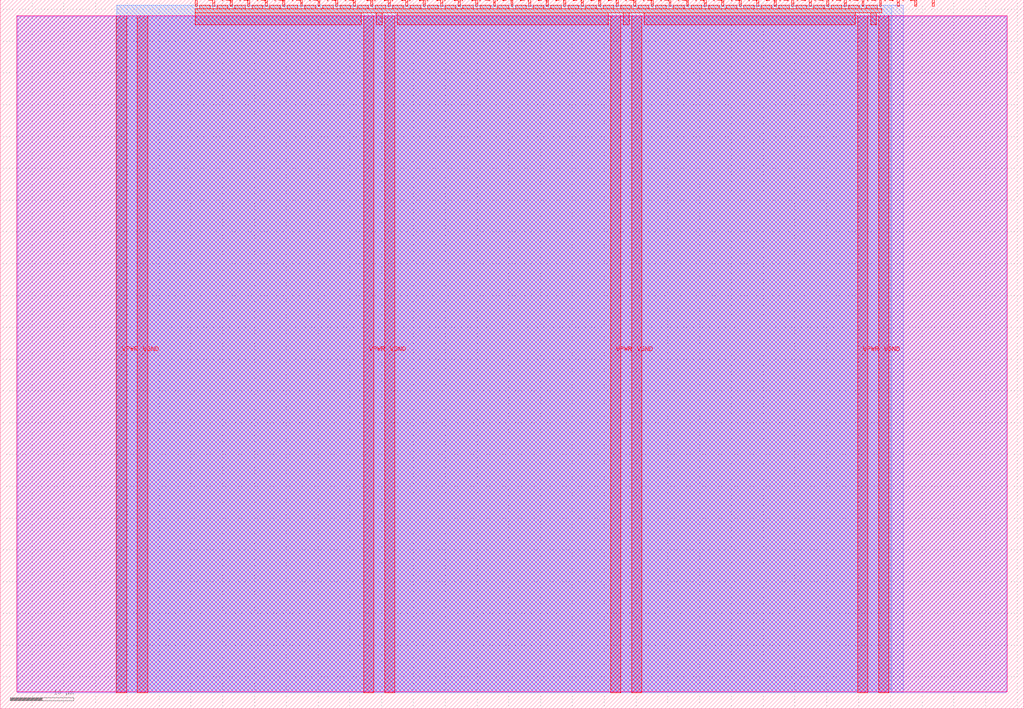
<source format=lef>
VERSION 5.7 ;
  NOWIREEXTENSIONATPIN ON ;
  DIVIDERCHAR "/" ;
  BUSBITCHARS "[]" ;
MACRO tt_um_wokwi_445171727534897153
  CLASS BLOCK ;
  FOREIGN tt_um_wokwi_445171727534897153 ;
  ORIGIN 0.000 0.000 ;
  SIZE 161.000 BY 111.520 ;
  PIN VGND
    DIRECTION INOUT ;
    USE GROUND ;
    PORT
      LAYER met4 ;
        RECT 21.580 2.480 23.180 109.040 ;
    END
    PORT
      LAYER met4 ;
        RECT 60.450 2.480 62.050 109.040 ;
    END
    PORT
      LAYER met4 ;
        RECT 99.320 2.480 100.920 109.040 ;
    END
    PORT
      LAYER met4 ;
        RECT 138.190 2.480 139.790 109.040 ;
    END
  END VGND
  PIN VPWR
    DIRECTION INOUT ;
    USE POWER ;
    PORT
      LAYER met4 ;
        RECT 18.280 2.480 19.880 109.040 ;
    END
    PORT
      LAYER met4 ;
        RECT 57.150 2.480 58.750 109.040 ;
    END
    PORT
      LAYER met4 ;
        RECT 96.020 2.480 97.620 109.040 ;
    END
    PORT
      LAYER met4 ;
        RECT 134.890 2.480 136.490 109.040 ;
    END
  END VPWR
  PIN clk
    DIRECTION INPUT ;
    USE SIGNAL ;
    PORT
      LAYER met4 ;
        RECT 143.830 110.520 144.130 111.520 ;
    END
  END clk
  PIN ena
    DIRECTION INPUT ;
    USE SIGNAL ;
    PORT
      LAYER met4 ;
        RECT 146.590 110.520 146.890 111.520 ;
    END
  END ena
  PIN rst_n
    DIRECTION INPUT ;
    USE SIGNAL ;
    PORT
      LAYER met4 ;
        RECT 141.070 110.520 141.370 111.520 ;
    END
  END rst_n
  PIN ui_in[0]
    DIRECTION INPUT ;
    USE SIGNAL ;
    ANTENNAGATEAREA 0.196500 ;
    PORT
      LAYER met4 ;
        RECT 138.310 110.520 138.610 111.520 ;
    END
  END ui_in[0]
  PIN ui_in[1]
    DIRECTION INPUT ;
    USE SIGNAL ;
    ANTENNAGATEAREA 0.196500 ;
    PORT
      LAYER met4 ;
        RECT 135.550 110.520 135.850 111.520 ;
    END
  END ui_in[1]
  PIN ui_in[2]
    DIRECTION INPUT ;
    USE SIGNAL ;
    ANTENNAGATEAREA 0.196500 ;
    PORT
      LAYER met4 ;
        RECT 132.790 110.520 133.090 111.520 ;
    END
  END ui_in[2]
  PIN ui_in[3]
    DIRECTION INPUT ;
    USE SIGNAL ;
    ANTENNAGATEAREA 0.196500 ;
    PORT
      LAYER met4 ;
        RECT 130.030 110.520 130.330 111.520 ;
    END
  END ui_in[3]
  PIN ui_in[4]
    DIRECTION INPUT ;
    USE SIGNAL ;
    ANTENNAGATEAREA 0.159000 ;
    PORT
      LAYER met4 ;
        RECT 127.270 110.520 127.570 111.520 ;
    END
  END ui_in[4]
  PIN ui_in[5]
    DIRECTION INPUT ;
    USE SIGNAL ;
    PORT
      LAYER met4 ;
        RECT 124.510 110.520 124.810 111.520 ;
    END
  END ui_in[5]
  PIN ui_in[6]
    DIRECTION INPUT ;
    USE SIGNAL ;
    PORT
      LAYER met4 ;
        RECT 121.750 110.520 122.050 111.520 ;
    END
  END ui_in[6]
  PIN ui_in[7]
    DIRECTION INPUT ;
    USE SIGNAL ;
    PORT
      LAYER met4 ;
        RECT 118.990 110.520 119.290 111.520 ;
    END
  END ui_in[7]
  PIN uio_in[0]
    DIRECTION INPUT ;
    USE SIGNAL ;
    PORT
      LAYER met4 ;
        RECT 116.230 110.520 116.530 111.520 ;
    END
  END uio_in[0]
  PIN uio_in[1]
    DIRECTION INPUT ;
    USE SIGNAL ;
    PORT
      LAYER met4 ;
        RECT 113.470 110.520 113.770 111.520 ;
    END
  END uio_in[1]
  PIN uio_in[2]
    DIRECTION INPUT ;
    USE SIGNAL ;
    PORT
      LAYER met4 ;
        RECT 110.710 110.520 111.010 111.520 ;
    END
  END uio_in[2]
  PIN uio_in[3]
    DIRECTION INPUT ;
    USE SIGNAL ;
    PORT
      LAYER met4 ;
        RECT 107.950 110.520 108.250 111.520 ;
    END
  END uio_in[3]
  PIN uio_in[4]
    DIRECTION INPUT ;
    USE SIGNAL ;
    PORT
      LAYER met4 ;
        RECT 105.190 110.520 105.490 111.520 ;
    END
  END uio_in[4]
  PIN uio_in[5]
    DIRECTION INPUT ;
    USE SIGNAL ;
    PORT
      LAYER met4 ;
        RECT 102.430 110.520 102.730 111.520 ;
    END
  END uio_in[5]
  PIN uio_in[6]
    DIRECTION INPUT ;
    USE SIGNAL ;
    PORT
      LAYER met4 ;
        RECT 99.670 110.520 99.970 111.520 ;
    END
  END uio_in[6]
  PIN uio_in[7]
    DIRECTION INPUT ;
    USE SIGNAL ;
    PORT
      LAYER met4 ;
        RECT 96.910 110.520 97.210 111.520 ;
    END
  END uio_in[7]
  PIN uio_oe[0]
    DIRECTION OUTPUT ;
    USE SIGNAL ;
    PORT
      LAYER met4 ;
        RECT 49.990 110.520 50.290 111.520 ;
    END
  END uio_oe[0]
  PIN uio_oe[1]
    DIRECTION OUTPUT ;
    USE SIGNAL ;
    PORT
      LAYER met4 ;
        RECT 47.230 110.520 47.530 111.520 ;
    END
  END uio_oe[1]
  PIN uio_oe[2]
    DIRECTION OUTPUT ;
    USE SIGNAL ;
    PORT
      LAYER met4 ;
        RECT 44.470 110.520 44.770 111.520 ;
    END
  END uio_oe[2]
  PIN uio_oe[3]
    DIRECTION OUTPUT ;
    USE SIGNAL ;
    PORT
      LAYER met4 ;
        RECT 41.710 110.520 42.010 111.520 ;
    END
  END uio_oe[3]
  PIN uio_oe[4]
    DIRECTION OUTPUT ;
    USE SIGNAL ;
    PORT
      LAYER met4 ;
        RECT 38.950 110.520 39.250 111.520 ;
    END
  END uio_oe[4]
  PIN uio_oe[5]
    DIRECTION OUTPUT ;
    USE SIGNAL ;
    PORT
      LAYER met4 ;
        RECT 36.190 110.520 36.490 111.520 ;
    END
  END uio_oe[5]
  PIN uio_oe[6]
    DIRECTION OUTPUT ;
    USE SIGNAL ;
    PORT
      LAYER met4 ;
        RECT 33.430 110.520 33.730 111.520 ;
    END
  END uio_oe[6]
  PIN uio_oe[7]
    DIRECTION OUTPUT ;
    USE SIGNAL ;
    PORT
      LAYER met4 ;
        RECT 30.670 110.520 30.970 111.520 ;
    END
  END uio_oe[7]
  PIN uio_out[0]
    DIRECTION OUTPUT ;
    USE SIGNAL ;
    PORT
      LAYER met4 ;
        RECT 72.070 110.520 72.370 111.520 ;
    END
  END uio_out[0]
  PIN uio_out[1]
    DIRECTION OUTPUT ;
    USE SIGNAL ;
    PORT
      LAYER met4 ;
        RECT 69.310 110.520 69.610 111.520 ;
    END
  END uio_out[1]
  PIN uio_out[2]
    DIRECTION OUTPUT ;
    USE SIGNAL ;
    PORT
      LAYER met4 ;
        RECT 66.550 110.520 66.850 111.520 ;
    END
  END uio_out[2]
  PIN uio_out[3]
    DIRECTION OUTPUT ;
    USE SIGNAL ;
    PORT
      LAYER met4 ;
        RECT 63.790 110.520 64.090 111.520 ;
    END
  END uio_out[3]
  PIN uio_out[4]
    DIRECTION OUTPUT ;
    USE SIGNAL ;
    PORT
      LAYER met4 ;
        RECT 61.030 110.520 61.330 111.520 ;
    END
  END uio_out[4]
  PIN uio_out[5]
    DIRECTION OUTPUT ;
    USE SIGNAL ;
    PORT
      LAYER met4 ;
        RECT 58.270 110.520 58.570 111.520 ;
    END
  END uio_out[5]
  PIN uio_out[6]
    DIRECTION OUTPUT ;
    USE SIGNAL ;
    PORT
      LAYER met4 ;
        RECT 55.510 110.520 55.810 111.520 ;
    END
  END uio_out[6]
  PIN uio_out[7]
    DIRECTION OUTPUT ;
    USE SIGNAL ;
    PORT
      LAYER met4 ;
        RECT 52.750 110.520 53.050 111.520 ;
    END
  END uio_out[7]
  PIN uo_out[0]
    DIRECTION OUTPUT ;
    USE SIGNAL ;
    ANTENNADIFFAREA 0.445500 ;
    PORT
      LAYER met4 ;
        RECT 94.150 110.520 94.450 111.520 ;
    END
  END uo_out[0]
  PIN uo_out[1]
    DIRECTION OUTPUT ;
    USE SIGNAL ;
    ANTENNADIFFAREA 0.445500 ;
    PORT
      LAYER met4 ;
        RECT 91.390 110.520 91.690 111.520 ;
    END
  END uo_out[1]
  PIN uo_out[2]
    DIRECTION OUTPUT ;
    USE SIGNAL ;
    ANTENNADIFFAREA 0.445500 ;
    PORT
      LAYER met4 ;
        RECT 88.630 110.520 88.930 111.520 ;
    END
  END uo_out[2]
  PIN uo_out[3]
    DIRECTION OUTPUT ;
    USE SIGNAL ;
    ANTENNADIFFAREA 0.445500 ;
    PORT
      LAYER met4 ;
        RECT 85.870 110.520 86.170 111.520 ;
    END
  END uo_out[3]
  PIN uo_out[4]
    DIRECTION OUTPUT ;
    USE SIGNAL ;
    PORT
      LAYER met4 ;
        RECT 83.110 110.520 83.410 111.520 ;
    END
  END uo_out[4]
  PIN uo_out[5]
    DIRECTION OUTPUT ;
    USE SIGNAL ;
    PORT
      LAYER met4 ;
        RECT 80.350 110.520 80.650 111.520 ;
    END
  END uo_out[5]
  PIN uo_out[6]
    DIRECTION OUTPUT ;
    USE SIGNAL ;
    PORT
      LAYER met4 ;
        RECT 77.590 110.520 77.890 111.520 ;
    END
  END uo_out[6]
  PIN uo_out[7]
    DIRECTION OUTPUT ;
    USE SIGNAL ;
    PORT
      LAYER met4 ;
        RECT 74.830 110.520 75.130 111.520 ;
    END
  END uo_out[7]
  OBS
      LAYER nwell ;
        RECT 2.570 2.635 158.430 108.990 ;
      LAYER li1 ;
        RECT 2.760 2.635 158.240 108.885 ;
      LAYER met1 ;
        RECT 2.760 2.480 158.240 109.040 ;
      LAYER met2 ;
        RECT 18.310 2.535 142.040 110.685 ;
      LAYER met3 ;
        RECT 18.290 2.555 140.235 110.665 ;
      LAYER met4 ;
        RECT 31.370 110.120 33.030 110.665 ;
        RECT 34.130 110.120 35.790 110.665 ;
        RECT 36.890 110.120 38.550 110.665 ;
        RECT 39.650 110.120 41.310 110.665 ;
        RECT 42.410 110.120 44.070 110.665 ;
        RECT 45.170 110.120 46.830 110.665 ;
        RECT 47.930 110.120 49.590 110.665 ;
        RECT 50.690 110.120 52.350 110.665 ;
        RECT 53.450 110.120 55.110 110.665 ;
        RECT 56.210 110.120 57.870 110.665 ;
        RECT 58.970 110.120 60.630 110.665 ;
        RECT 61.730 110.120 63.390 110.665 ;
        RECT 64.490 110.120 66.150 110.665 ;
        RECT 67.250 110.120 68.910 110.665 ;
        RECT 70.010 110.120 71.670 110.665 ;
        RECT 72.770 110.120 74.430 110.665 ;
        RECT 75.530 110.120 77.190 110.665 ;
        RECT 78.290 110.120 79.950 110.665 ;
        RECT 81.050 110.120 82.710 110.665 ;
        RECT 83.810 110.120 85.470 110.665 ;
        RECT 86.570 110.120 88.230 110.665 ;
        RECT 89.330 110.120 90.990 110.665 ;
        RECT 92.090 110.120 93.750 110.665 ;
        RECT 94.850 110.120 96.510 110.665 ;
        RECT 97.610 110.120 99.270 110.665 ;
        RECT 100.370 110.120 102.030 110.665 ;
        RECT 103.130 110.120 104.790 110.665 ;
        RECT 105.890 110.120 107.550 110.665 ;
        RECT 108.650 110.120 110.310 110.665 ;
        RECT 111.410 110.120 113.070 110.665 ;
        RECT 114.170 110.120 115.830 110.665 ;
        RECT 116.930 110.120 118.590 110.665 ;
        RECT 119.690 110.120 121.350 110.665 ;
        RECT 122.450 110.120 124.110 110.665 ;
        RECT 125.210 110.120 126.870 110.665 ;
        RECT 127.970 110.120 129.630 110.665 ;
        RECT 130.730 110.120 132.390 110.665 ;
        RECT 133.490 110.120 135.150 110.665 ;
        RECT 136.250 110.120 137.910 110.665 ;
        RECT 30.655 109.440 138.625 110.120 ;
        RECT 30.655 107.615 56.750 109.440 ;
        RECT 59.150 107.615 60.050 109.440 ;
        RECT 62.450 107.615 95.620 109.440 ;
        RECT 98.020 107.615 98.920 109.440 ;
        RECT 101.320 107.615 134.490 109.440 ;
        RECT 136.890 107.615 137.790 109.440 ;
  END
END tt_um_wokwi_445171727534897153
END LIBRARY


</source>
